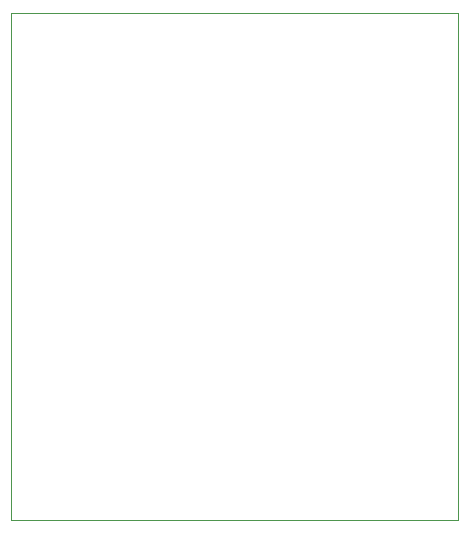
<source format=gbr>
%TF.GenerationSoftware,KiCad,Pcbnew,8.0.1*%
%TF.CreationDate,2024-03-25T18:19:42-05:00*%
%TF.ProjectId,TS3A5017-Mixer,54533341-3530-4313-972d-4d697865722e,rev?*%
%TF.SameCoordinates,Original*%
%TF.FileFunction,Profile,NP*%
%FSLAX46Y46*%
G04 Gerber Fmt 4.6, Leading zero omitted, Abs format (unit mm)*
G04 Created by KiCad (PCBNEW 8.0.1) date 2024-03-25 18:19:42*
%MOMM*%
%LPD*%
G01*
G04 APERTURE LIST*
%TA.AperFunction,Profile*%
%ADD10C,0.050000*%
%TD*%
G04 APERTURE END LIST*
D10*
X127254000Y-73660000D02*
X165100000Y-73660000D01*
X165100000Y-116586000D01*
X127254000Y-116586000D01*
X127254000Y-73660000D01*
M02*

</source>
